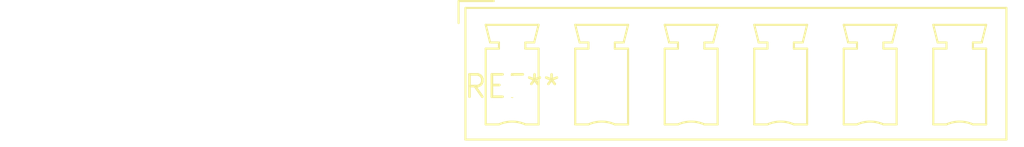
<source format=kicad_pcb>
(kicad_pcb (version 20240108) (generator pcbnew)
  (layers (0 "F.Cu" signal) (31 "B.Cu" signal) (34 "B.Paste" user) (35 "F.Paste" user) (36 "B.SilkS" user "B.Silkscreen") (37 "F.SilkS" user "F.Silkscreen") (38 "B.Mask" user) (39 "F.Mask" user) (44 "Edge.Cuts" user))
  (net 0 "")
  (footprint "PhoenixContact_MCV_1,5_6-G-5.08_1x06_P5.08mm_Vertical" (layer "F.Cu") (at 0 0)
    (property "Reference" "REF**")
    (property "Value" "PhoenixContact_MCV_1,5_6-G-5.08_1x06_P5.08mm_Vertical")
    (fp_line (start -3.04 -4.85) (end -1.04 -4.85) (layer "F.SilkS") (stroke (width 0.12)))
    (fp_line (start -3.04 -3.6) (end -3.04 -4.85) (layer "F.SilkS") (stroke (width 0.12)))
    (fp_line (start -2.65 -4.46) (end -2.65 3.01) (layer "F.SilkS") (stroke (width 0.12)))
    (fp_line (start -2.65 3.01) (end 28.05 3.01) (layer "F.SilkS") (stroke (width 0.12)))
    (fp_line (start -1.5 -3.5) (end 1.5 -3.5) (layer "F.SilkS") (stroke (width 0.12)))
    (fp_line (start -1.5 -2.15) (end -0.75 -2.15) (layer "F.SilkS") (stroke (width 0.12)))
    (fp_line (start -1.5 2.15) (end -1.5 -2.15) (layer "F.SilkS") (stroke (width 0.12)))
    (fp_line (start -1.25 -2.5) (end -1.5 -3.5) (layer "F.SilkS") (stroke (width 0.12)))
    (fp_line (start -0.75 -2.5) (end -1.25 -2.5) (layer "F.SilkS") (stroke (width 0.12)))
    (fp_line (start -0.75 -2.15) (end -0.75 -2.5) (layer "F.SilkS") (stroke (width 0.12)))
    (fp_line (start -0.75 2.15) (end -1.5 2.15) (layer "F.SilkS") (stroke (width 0.12)))
    (fp_line (start 0.75 -2.5) (end 0.75 -2.15) (layer "F.SilkS") (stroke (width 0.12)))
    (fp_line (start 0.75 -2.15) (end 1.5 -2.15) (layer "F.SilkS") (stroke (width 0.12)))
    (fp_line (start 1.25 -2.5) (end 0.75 -2.5) (layer "F.SilkS") (stroke (width 0.12)))
    (fp_line (start 1.5 -3.5) (end 1.25 -2.5) (layer "F.SilkS") (stroke (width 0.12)))
    (fp_line (start 1.5 -2.15) (end 1.5 2.15) (layer "F.SilkS") (stroke (width 0.12)))
    (fp_line (start 1.5 2.15) (end 0.75 2.15) (layer "F.SilkS") (stroke (width 0.12)))
    (fp_line (start 3.58 -3.5) (end 6.58 -3.5) (layer "F.SilkS") (stroke (width 0.12)))
    (fp_line (start 3.58 -2.15) (end 4.33 -2.15) (layer "F.SilkS") (stroke (width 0.12)))
    (fp_line (start 3.58 2.15) (end 3.58 -2.15) (layer "F.SilkS") (stroke (width 0.12)))
    (fp_line (start 3.83 -2.5) (end 3.58 -3.5) (layer "F.SilkS") (stroke (width 0.12)))
    (fp_line (start 4.33 -2.5) (end 3.83 -2.5) (layer "F.SilkS") (stroke (width 0.12)))
    (fp_line (start 4.33 -2.15) (end 4.33 -2.5) (layer "F.SilkS") (stroke (width 0.12)))
    (fp_line (start 4.33 2.15) (end 3.58 2.15) (layer "F.SilkS") (stroke (width 0.12)))
    (fp_line (start 5.83 -2.5) (end 5.83 -2.15) (layer "F.SilkS") (stroke (width 0.12)))
    (fp_line (start 5.83 -2.15) (end 6.58 -2.15) (layer "F.SilkS") (stroke (width 0.12)))
    (fp_line (start 6.33 -2.5) (end 5.83 -2.5) (layer "F.SilkS") (stroke (width 0.12)))
    (fp_line (start 6.58 -3.5) (end 6.33 -2.5) (layer "F.SilkS") (stroke (width 0.12)))
    (fp_line (start 6.58 -2.15) (end 6.58 2.15) (layer "F.SilkS") (stroke (width 0.12)))
    (fp_line (start 6.58 2.15) (end 5.83 2.15) (layer "F.SilkS") (stroke (width 0.12)))
    (fp_line (start 8.66 -3.5) (end 11.66 -3.5) (layer "F.SilkS") (stroke (width 0.12)))
    (fp_line (start 8.66 -2.15) (end 9.41 -2.15) (layer "F.SilkS") (stroke (width 0.12)))
    (fp_line (start 8.66 2.15) (end 8.66 -2.15) (layer "F.SilkS") (stroke (width 0.12)))
    (fp_line (start 8.91 -2.5) (end 8.66 -3.5) (layer "F.SilkS") (stroke (width 0.12)))
    (fp_line (start 9.41 -2.5) (end 8.91 -2.5) (layer "F.SilkS") (stroke (width 0.12)))
    (fp_line (start 9.41 -2.15) (end 9.41 -2.5) (layer "F.SilkS") (stroke (width 0.12)))
    (fp_line (start 9.41 2.15) (end 8.66 2.15) (layer "F.SilkS") (stroke (width 0.12)))
    (fp_line (start 10.91 -2.5) (end 10.91 -2.15) (layer "F.SilkS") (stroke (width 0.12)))
    (fp_line (start 10.91 -2.15) (end 11.66 -2.15) (layer "F.SilkS") (stroke (width 0.12)))
    (fp_line (start 11.41 -2.5) (end 10.91 -2.5) (layer "F.SilkS") (stroke (width 0.12)))
    (fp_line (start 11.66 -3.5) (end 11.41 -2.5) (layer "F.SilkS") (stroke (width 0.12)))
    (fp_line (start 11.66 -2.15) (end 11.66 2.15) (layer "F.SilkS") (stroke (width 0.12)))
    (fp_line (start 11.66 2.15) (end 10.91 2.15) (layer "F.SilkS") (stroke (width 0.12)))
    (fp_line (start 13.74 -3.5) (end 16.74 -3.5) (layer "F.SilkS") (stroke (width 0.12)))
    (fp_line (start 13.74 -2.15) (end 14.49 -2.15) (layer "F.SilkS") (stroke (width 0.12)))
    (fp_line (start 13.74 2.15) (end 13.74 -2.15) (layer "F.SilkS") (stroke (width 0.12)))
    (fp_line (start 13.99 -2.5) (end 13.74 -3.5) (layer "F.SilkS") (stroke (width 0.12)))
    (fp_line (start 14.49 -2.5) (end 13.99 -2.5) (layer "F.SilkS") (stroke (width 0.12)))
    (fp_line (start 14.49 -2.15) (end 14.49 -2.5) (layer "F.SilkS") (stroke (width 0.12)))
    (fp_line (start 14.49 2.15) (end 13.74 2.15) (layer "F.SilkS") (stroke (width 0.12)))
    (fp_line (start 15.99 -2.5) (end 15.99 -2.15) (layer "F.SilkS") (stroke (width 0.12)))
    (fp_line (start 15.99 -2.15) (end 16.74 -2.15) (layer "F.SilkS") (stroke (width 0.12)))
    (fp_line (start 16.49 -2.5) (end 15.99 -2.5) (layer "F.SilkS") (stroke (width 0.12)))
    (fp_line (start 16.74 -3.5) (end 16.49 -2.5) (layer "F.SilkS") (stroke (width 0.12)))
    (fp_line (start 16.74 -2.15) (end 16.74 2.15) (layer "F.SilkS") (stroke (width 0.12)))
    (fp_line (start 16.74 2.15) (end 15.99 2.15) (layer "F.SilkS") (stroke (width 0.12)))
    (fp_line (start 18.82 -3.5) (end 21.82 -3.5) (layer "F.SilkS") (stroke (width 0.12)))
    (fp_line (start 18.82 -2.15) (end 19.57 -2.15) (layer "F.SilkS") (stroke (width 0.12)))
    (fp_line (start 18.82 2.15) (end 18.82 -2.15) (layer "F.SilkS") (stroke (width 0.12)))
    (fp_line (start 19.07 -2.5) (end 18.82 -3.5) (layer "F.SilkS") (stroke (width 0.12)))
    (fp_line (start 19.57 -2.5) (end 19.07 -2.5) (layer "F.SilkS") (stroke (width 0.12)))
    (fp_line (start 19.57 -2.15) (end 19.57 -2.5) (layer "F.SilkS") (stroke (width 0.12)))
    (fp_line (start 19.57 2.15) (end 18.82 2.15) (layer "F.SilkS") (stroke (width 0.12)))
    (fp_line (start 21.07 -2.5) (end 21.07 -2.15) (layer "F.SilkS") (stroke (width 0.12)))
    (fp_line (start 21.07 -2.15) (end 21.82 -2.15) (layer "F.SilkS") (stroke (width 0.12)))
    (fp_line (start 21.57 -2.5) (end 21.07 -2.5) (layer "F.SilkS") (stroke (width 0.12)))
    (fp_line (start 21.82 -3.5) (end 21.57 -2.5) (layer "F.SilkS") (stroke (width 0.12)))
    (fp_line (start 21.82 -2.15) (end 21.82 2.15) (layer "F.SilkS") (stroke (width 0.12)))
    (fp_line (start 21.82 2.15) (end 21.07 2.15) (layer "F.SilkS") (stroke (width 0.12)))
    (fp_line (start 23.9 -3.5) (end 26.9 -3.5) (layer "F.SilkS") (stroke (width 0.12)))
    (fp_line (start 23.9 -2.15) (end 24.65 -2.15) (layer "F.SilkS") (stroke (width 0.12)))
    (fp_line (start 23.9 2.15) (end 23.9 -2.15) (layer "F.SilkS") (stroke (width 0.12)))
    (fp_line (start 24.15 -2.5) (end 23.9 -3.5) (layer "F.SilkS") (stroke (width 0.12)))
    (fp_line (start 24.65 -2.5) (end 24.15 -2.5) (layer "F.SilkS") (stroke (width 0.12)))
    (fp_line (start 24.65 -2.15) (end 24.65 -2.5) (layer "F.SilkS") (stroke (width 0.12)))
    (fp_line (start 24.65 2.15) (end 23.9 2.15) (layer "F.SilkS") (stroke (width 0.12)))
    (fp_line (start 26.15 -2.5) (end 26.15 -2.15) (layer "F.SilkS") (stroke (width 0.12)))
    (fp_line (start 26.15 -2.15) (end 26.9 -2.15) (layer "F.SilkS") (stroke (width 0.12)))
    (fp_line (start 26.65 -2.5) (end 26.15 -2.5) (layer "F.SilkS") (stroke (width 0.12)))
    (fp_line (start 26.9 -3.5) (end 26.65 -2.5) (layer "F.SilkS") (stroke (width 0.12)))
    (fp_line (start 26.9 -2.15) (end 26.9 2.15) (layer "F.SilkS") (stroke (width 0.12)))
    (fp_line (start 26.9 2.15) (end 26.15 2.15) (layer "F.SilkS") (stroke (width 0.12)))
    (fp_line (start 28.05 -4.46) (end -2.65 -4.46) (layer "F.SilkS") (stroke (width 0.12)))
    (fp_line (start 28.05 3.01) (end 28.05 -4.46) (layer "F.SilkS") (stroke (width 0.12)))
    (fp_arc (start -0.75 2.15) (mid -0.000193 1.99191) (end 0.749647 2.149844) (layer "F.SilkS") (stroke (width 0.12)))
    (fp_arc (start 4.33 2.15) (mid 5.079807 1.99191) (end 5.829647 2.149844) (layer "F.SilkS") (stroke (width 0.12)))
    (fp_arc (start 9.41 2.15) (mid 10.159807 1.99191) (end 10.909647 2.149844) (layer "F.SilkS") (stroke (width 0.12)))
    (fp_arc (start 14.49 2.15) (mid 15.239807 1.99191) (end 15.989647 2.149844) (layer "F.SilkS") (stroke (width 0.12)))
    (fp_arc (start 19.57 2.15) (mid 20.319807 1.99191) (end 21.069647 2.149844) (layer "F.SilkS") (stroke (width 0.12)))
    (fp_arc (start 24.65 2.15) (mid 25.399807 1.99191) (end 26.149647 2.149844) (layer "F.SilkS") (stroke (width 0.12)))
    (pad "1" thru_hole roundrect (at 0 0) (size 1.8 3.6) (drill 1.2) (layers *.Cu *.Mask) (remove_unused_layers) (roundrect_rratio 0.138889))
    (pad "2" thru_hole oval (at 5.08 0) (size 1.8 3.6) (drill 1.2) (layers *.Cu *.Mask) (remove_unused_layers))
    (pad "3" thru_hole oval (at 10.16 0) (size 1.8 3.6) (drill 1.2) (layers *.Cu *.Mask) (remove_unused_layers))
    (pad "4" thru_hole oval (at 15.24 0) (size 1.8 3.6) (drill 1.2) (layers *.Cu *.Mask) (remove_unused_layers))
    (pad "5" thru_hole oval (at 20.32 0) (size 1.8 3.6) (drill 1.2) (layers *.Cu *.Mask) (remove_unused_layers))
    (pad "6" thru_hole oval (at 25.4 0) (size 1.8 3.6) (drill 1.2) (layers *.Cu *.Mask) (remove_unused_layers))
  )
)
</source>
